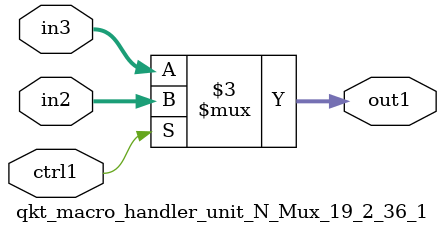
<source format=v>

`timescale 1ps / 1ps


module qkt_macro_handler_unit_N_Mux_19_2_36_1( in3, in2, ctrl1, out1 );

    input [18:0] in3;
    input [18:0] in2;
    input ctrl1;
    output [18:0] out1;
    reg [18:0] out1;

    
    // rtl_process:qkt_macro_handler_unit_N_Mux_19_2_36_1/qkt_macro_handler_unit_N_Mux_19_2_36_1_thread_1
    always @*
      begin : qkt_macro_handler_unit_N_Mux_19_2_36_1_thread_1
        case (ctrl1) 
          1'b1: 
            begin
              out1 = in2;
            end
          default: 
            begin
              out1 = in3;
            end
        endcase
      end

endmodule





</source>
